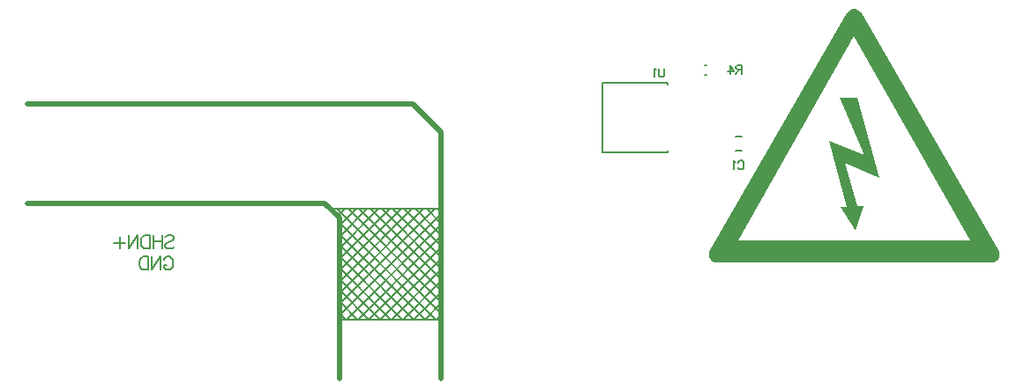
<source format=gbo>
G04*
G04 #@! TF.GenerationSoftware,Altium Limited,Altium Designer,20.0.13 (296)*
G04*
G04 Layer_Color=32896*
%FSLAX25Y25*%
%MOIN*%
G70*
G01*
G75*
%ADD11C,0.02000*%
%ADD12C,0.00787*%
%ADD14C,0.00600*%
%ADD60C,0.00800*%
G36*
X313629Y139897D02*
X314114Y139619D01*
X314531Y139341D01*
X314878Y139063D01*
X315156Y138855D01*
X315295Y138647D01*
X315365Y138508D01*
X315434Y138438D01*
X367236Y48930D01*
X367444Y48305D01*
X367583Y47680D01*
Y47055D01*
X367514Y46569D01*
X367444Y46153D01*
X367375Y45875D01*
X367236Y45667D01*
Y45597D01*
X366820Y45042D01*
X366403Y44694D01*
X365917Y44417D01*
X365431Y44208D01*
X365014Y44069D01*
X364667Y44000D01*
X260854Y44000D01*
X260229Y44069D01*
X259743Y44278D01*
X259257Y44486D01*
X258840Y44833D01*
X258563Y45111D01*
X258354Y45319D01*
X258215Y45528D01*
X258146Y45597D01*
X257868Y46153D01*
X257729Y46778D01*
Y47333D01*
X257799Y47819D01*
X257868Y48305D01*
X258007Y48652D01*
X258077Y48861D01*
X258146Y48930D01*
X309809Y138438D01*
X310295Y139063D01*
X310851Y139549D01*
X311406Y139827D01*
X311893Y140035D01*
X312379Y140105D01*
X313073D01*
X313629Y139897D01*
D02*
G37*
%LPC*%
G36*
X312587Y129758D02*
X268701Y52472D01*
X356612Y52472D01*
X312587Y129758D01*
D02*
G37*
%LPD*%
G36*
X322239Y76290D02*
X309115Y81637D01*
X313767Y65387D01*
X316267D01*
X313073Y56291D01*
X307309Y65040D01*
X309809D01*
X303074Y90108D01*
X316476Y84692D01*
X307101Y106357D01*
X313767D01*
X322239Y76290D01*
D02*
G37*
D11*
X118000Y0D02*
Y61000D01*
X112500Y66500D02*
X118000Y61000D01*
X107500Y66500D02*
X112500D01*
X0Y66500D02*
X107500Y66500D01*
X156500Y0D02*
Y93500D01*
X145900Y104100D02*
X156500Y93500D01*
X0Y104100D02*
X145900Y104100D01*
D12*
X267771Y91707D02*
X270133D01*
X267771Y86392D02*
X270133D01*
X256224Y118953D02*
X256854D01*
X256224Y115213D02*
X256854D01*
X242025Y85750D02*
Y86574D01*
Y111426D02*
Y112250D01*
X217525D02*
X242025D01*
X217525Y85750D02*
Y112250D01*
Y85750D02*
X242025D01*
D14*
X155239Y64366D02*
X156500Y63105D01*
X150996Y64366D02*
X156500Y58863D01*
X134026Y64366D02*
X156500Y41892D01*
X146754Y64366D02*
X156500Y54620D01*
X142511Y64366D02*
X156500Y50377D01*
X138268Y64366D02*
X156500Y46135D01*
X118000Y41072D02*
X141294Y64366D01*
X118000Y36829D02*
X145537Y64366D01*
X118000Y49557D02*
X132809Y64366D01*
X129783D02*
X156500Y37649D01*
X125541Y64366D02*
X156500Y33407D01*
X118000Y32587D02*
X149779Y64366D01*
X125018Y22634D02*
X156500Y54116D01*
X129260Y22634D02*
X156500Y49874D01*
X120775Y22634D02*
X156500Y58359D01*
X137745Y22634D02*
X156500Y41388D01*
X141988Y22634D02*
X156500Y37146D01*
X133503Y22634D02*
X156500Y45631D01*
X146231Y22634D02*
X156500Y32903D01*
Y22634D02*
Y64366D01*
X121298D02*
X156500Y29164D01*
X154716Y22634D02*
X156500Y24418D01*
X150473Y22634D02*
X156500Y28660D01*
X117055Y64366D02*
X156500Y24921D01*
X117055Y64366D02*
X156500Y24921D01*
X114634Y64366D02*
X156500D01*
X118000Y28344D02*
X154022Y64366D01*
X118000Y24102D02*
X156500Y62602D01*
X118000Y28344D02*
X154022Y64366D01*
X115236Y63764D02*
X115838Y64366D01*
X117357Y61643D02*
X120081Y64366D01*
X114634D02*
X118000Y61000D01*
Y53800D02*
X128566Y64366D01*
X118000Y45315D02*
X137051Y64366D01*
X118000Y58043D02*
X124323Y64366D01*
X118000Y54936D02*
X150302Y22634D01*
X118000Y50694D02*
X146060Y22634D01*
X118000Y59179D02*
X154545Y22634D01*
X118000Y42208D02*
X137574Y22634D01*
X118000D02*
X156500D01*
X118000Y46451D02*
X141817Y22634D01*
X118000Y37966D02*
X133332Y22634D01*
X118000Y33723D02*
X129089Y22634D01*
X118000D02*
Y61000D01*
Y25238D02*
X120604Y22634D01*
X118000Y29480D02*
X124846Y22634D01*
X270067Y118682D02*
Y115483D01*
Y118682D02*
X268696D01*
X268239Y118530D01*
X268087Y118378D01*
X267934Y118073D01*
Y117768D01*
X268087Y117464D01*
X268239Y117311D01*
X268696Y117159D01*
X270067D01*
X269001D02*
X267934Y115483D01*
X265695Y118682D02*
X267218Y116550D01*
X264933D01*
X265695Y118682D02*
Y115483D01*
X240889Y117600D02*
Y115314D01*
X240737Y114857D01*
X240432Y114553D01*
X239975Y114400D01*
X239670D01*
X239213Y114553D01*
X238909Y114857D01*
X238756Y115314D01*
Y117600D01*
X237873Y116990D02*
X237568Y117143D01*
X237111Y117600D01*
Y114400D01*
X268640Y81888D02*
X268792Y82193D01*
X269097Y82497D01*
X269402Y82650D01*
X270011D01*
X270316Y82497D01*
X270621Y82193D01*
X270773Y81888D01*
X270925Y81431D01*
Y80669D01*
X270773Y80212D01*
X270621Y79907D01*
X270316Y79603D01*
X270011Y79450D01*
X269402D01*
X269097Y79603D01*
X268792Y79907D01*
X268640Y80212D01*
X267741Y82040D02*
X267437Y82193D01*
X266980Y82650D01*
Y79450D01*
D60*
X51629Y45131D02*
X51867Y45608D01*
X52343Y46084D01*
X52820Y46322D01*
X53772D01*
X54248Y46084D01*
X54724Y45608D01*
X54962Y45131D01*
X55200Y44417D01*
Y43227D01*
X54962Y42513D01*
X54724Y42037D01*
X54248Y41561D01*
X53772Y41323D01*
X52820D01*
X52343Y41561D01*
X51867Y42037D01*
X51629Y42513D01*
Y43227D01*
X52820D02*
X51629D01*
X50487Y46322D02*
Y41323D01*
Y46322D02*
X47154Y41323D01*
Y46322D02*
Y41323D01*
X45773Y46322D02*
Y41323D01*
Y46322D02*
X44107D01*
X43393Y46084D01*
X42917Y45608D01*
X42679Y45131D01*
X42441Y44417D01*
Y43227D01*
X42679Y42513D01*
X42917Y42037D01*
X43393Y41561D01*
X44107Y41323D01*
X45773D01*
X52170Y53660D02*
X52647Y54136D01*
X53361Y54374D01*
X54313D01*
X55027Y54136D01*
X55503Y53660D01*
Y53184D01*
X55265Y52707D01*
X55027Y52469D01*
X54551Y52231D01*
X53123Y51755D01*
X52647Y51517D01*
X52409Y51279D01*
X52170Y50803D01*
Y50089D01*
X52647Y49613D01*
X53361Y49375D01*
X54313D01*
X55027Y49613D01*
X55503Y50089D01*
X51052Y54374D02*
Y49375D01*
X47719Y54374D02*
Y49375D01*
X51052Y51993D02*
X47719D01*
X46338Y54374D02*
Y49375D01*
Y54374D02*
X44672D01*
X43958Y54136D01*
X43482Y53660D01*
X43244Y53184D01*
X43006Y52469D01*
Y51279D01*
X43244Y50565D01*
X43482Y50089D01*
X43958Y49613D01*
X44672Y49375D01*
X46338D01*
X41887Y54374D02*
Y49375D01*
Y54374D02*
X38554Y49375D01*
Y54374D02*
Y49375D01*
X35031Y53660D02*
Y49375D01*
X37174Y51517D02*
X32889D01*
M02*

</source>
